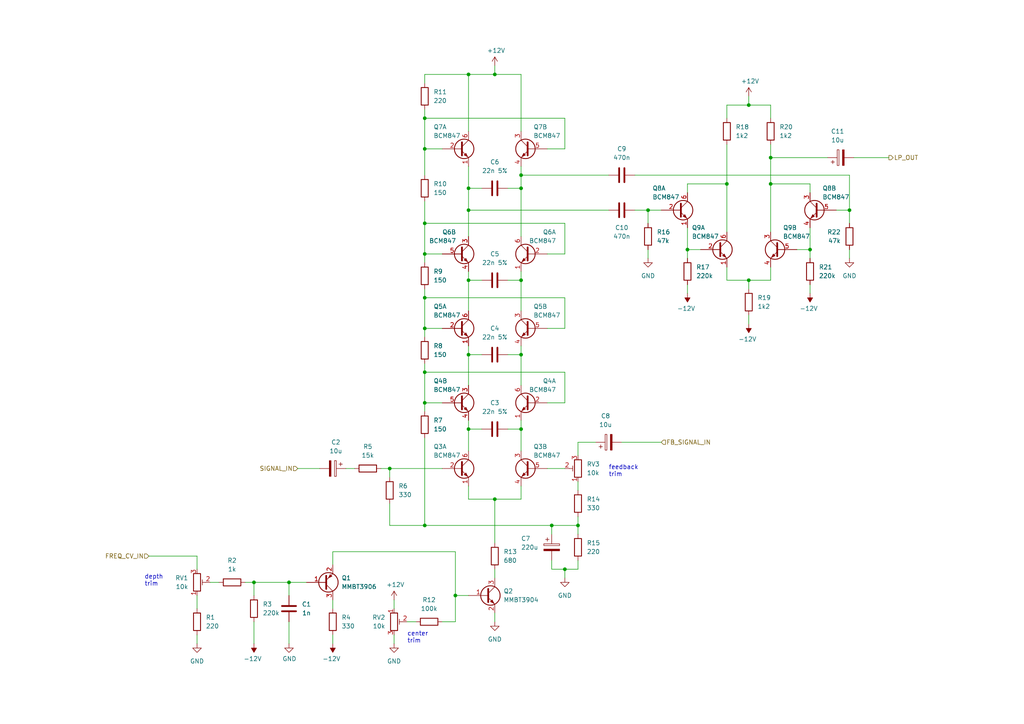
<source format=kicad_sch>
(kicad_sch (version 20211123) (generator eeschema)
  (paper "A4")
  (title_block (title "minimoog LPF") (date "2022-07-19") (rev "0.1") (comment 1 "creativecommons.org/licenses/by/4.0/") (comment 2 "License: CC by 4.0") (comment 3 "Author: Jordan Aceto"))
  (lib_symbols
    (symbol "BCM847DS135_1" (pin_names (offset 0) hide)
      (property "Reference" "Q" (at 5.08 1.905 0))
      (property "Value" "BCM847DS135_1" (at 5.08 0 0))
      (symbol "BCM847DS135_1_0_1"
        (polyline (pts (xy 0.635 0.635) (xy 2.54 2.54)))
        (polyline (pts (xy 0.635 -0.635) (xy 2.54 -2.54) (xy 2.54 -2.54)))
        (polyline (pts (xy 0.635 1.905) (xy 0.635 -1.905) (xy 0.635 -1.905)) (stroke (width 0.508)))
        (polyline (pts (xy 1.27 -1.778) (xy 1.778 -1.27) (xy 2.286 -2.286) (xy 1.27 -1.778) (xy 1.27 -1.778)) (fill (type outline)))
        (circle (center 1.27 0) (radius 2.8194) (stroke (width 0.254)))
      )
      (symbol "BCM847DS135_1_1_1"
        (pin passive line (at 2.54 -5.08 90) (length 2.54) (name "E") (number "1"))
        (pin passive line (at -5.08 0 0) (length 5.715) (name "B") (number "2"))
        (pin passive line (at 2.54 5.08 270) (length 2.54) (name "C") (number "6"))
      )
      (symbol "BCM847DS135_1_2_1"
        (pin passive line (at 2.54 5.08 270) (length 2.54) (name "C") (number "3"))
        (pin passive line (at 2.54 -5.08 90) (length 2.54) (name "E") (number "4"))
        (pin passive line (at -5.08 0 0) (length 5.715) (name "B") (number "5"))
      )
    )
    (symbol "BCM847DS135_10" (pin_names (offset 0) hide)
      (property "Reference" "Q" (at 5.08 1.905 0))
      (property "Value" "BCM847DS135_10" (at 5.08 0 0))
      (symbol "BCM847DS135_10_0_1"
        (polyline (pts (xy 0.635 0.635) (xy 2.54 2.54)))
        (polyline (pts (xy 0.635 -0.635) (xy 2.54 -2.54) (xy 2.54 -2.54)))
        (polyline (pts (xy 0.635 1.905) (xy 0.635 -1.905) (xy 0.635 -1.905)) (stroke (width 0.508)))
        (polyline (pts (xy 1.27 -1.778) (xy 1.778 -1.27) (xy 2.286 -2.286) (xy 1.27 -1.778) (xy 1.27 -1.778)) (fill (type outline)))
        (circle (center 1.27 0) (radius 2.8194) (stroke (width 0.254)))
      )
      (symbol "BCM847DS135_10_1_1"
        (pin passive line (at 2.54 -5.08 90) (length 2.54) (name "E") (number "1"))
        (pin passive line (at -5.08 0 0) (length 5.715) (name "B") (number "2"))
        (pin passive line (at 2.54 5.08 270) (length 2.54) (name "C") (number "6"))
      )
      (symbol "BCM847DS135_10_2_1"
        (pin passive line (at 2.54 5.08 270) (length 2.54) (name "C") (number "3"))
        (pin passive line (at 2.54 -5.08 90) (length 2.54) (name "E") (number "4"))
        (pin passive line (at -5.08 0 0) (length 5.715) (name "B") (number "5"))
      )
    )
    (symbol "BCM847DS135_11" (pin_names (offset 0) hide)
      (property "Reference" "Q" (at 5.08 1.905 0))
      (property "Value" "BCM847DS135_11" (at 5.08 0 0))
      (symbol "BCM847DS135_11_0_1"
        (polyline (pts (xy 0.635 0.635) (xy 2.54 2.54)))
        (polyline (pts (xy 0.635 -0.635) (xy 2.54 -2.54) (xy 2.54 -2.54)))
        (polyline (pts (xy 0.635 1.905) (xy 0.635 -1.905) (xy 0.635 -1.905)) (stroke (width 0.508)))
        (polyline (pts (xy 1.27 -1.778) (xy 1.778 -1.27) (xy 2.286 -2.286) (xy 1.27 -1.778) (xy 1.27 -1.778)) (fill (type outline)))
        (circle (center 1.27 0) (radius 2.8194) (stroke (width 0.254)))
      )
      (symbol "BCM847DS135_11_1_1"
        (pin passive line (at 2.54 -5.08 90) (length 2.54) (name "E") (number "1"))
        (pin passive line (at -5.08 0 0) (length 5.715) (name "B") (number "2"))
        (pin passive line (at 2.54 5.08 270) (length 2.54) (name "C") (number "6"))
      )
      (symbol "BCM847DS135_11_2_1"
        (pin passive line (at 2.54 5.08 270) (length 2.54) (name "C") (number "3"))
        (pin passive line (at 2.54 -5.08 90) (length 2.54) (name "E") (number "4"))
        (pin passive line (at -5.08 0 0) (length 5.715) (name "B") (number "5"))
      )
    )
    (symbol "BCM847DS135_12" (pin_names (offset 0) hide)
      (property "Reference" "Q" (at 5.08 1.905 0))
      (property "Value" "BCM847DS135_12" (at 5.08 0 0))
      (symbol "BCM847DS135_12_0_1"
        (polyline (pts (xy 0.635 0.635) (xy 2.54 2.54)))
        (polyline (pts (xy 0.635 -0.635) (xy 2.54 -2.54) (xy 2.54 -2.54)))
        (polyline (pts (xy 0.635 1.905) (xy 0.635 -1.905) (xy 0.635 -1.905)) (stroke (width 0.508)))
        (polyline (pts (xy 1.27 -1.778) (xy 1.778 -1.27) (xy 2.286 -2.286) (xy 1.27 -1.778) (xy 1.27 -1.778)) (fill (type outline)))
        (circle (center 1.27 0) (radius 2.8194) (stroke (width 0.254)))
      )
      (symbol "BCM847DS135_12_1_1"
        (pin passive line (at 2.54 -5.08 90) (length 2.54) (name "E") (number "1"))
        (pin passive line (at -5.08 0 0) (length 5.715) (name "B") (number "2"))
        (pin passive line (at 2.54 5.08 270) (length 2.54) (name "C") (number "6"))
      )
      (symbol "BCM847DS135_12_2_1"
        (pin passive line (at 2.54 5.08 270) (length 2.54) (name "C") (number "3"))
        (pin passive line (at 2.54 -5.08 90) (length 2.54) (name "E") (number "4"))
        (pin passive line (at -5.08 0 0) (length 5.715) (name "B") (number "5"))
      )
    )
    (symbol "BCM847DS135_13" (pin_names (offset 0) hide)
      (property "Reference" "Q" (at 5.08 1.905 0))
      (property "Value" "BCM847DS135_13" (at 5.08 0 0))
      (symbol "BCM847DS135_13_0_1"
        (polyline (pts (xy 0.635 0.635) (xy 2.54 2.54)))
        (polyline (pts (xy 0.635 -0.635) (xy 2.54 -2.54) (xy 2.54 -2.54)))
        (polyline (pts (xy 0.635 1.905) (xy 0.635 -1.905) (xy 0.635 -1.905)) (stroke (width 0.508)))
        (polyline (pts (xy 1.27 -1.778) (xy 1.778 -1.27) (xy 2.286 -2.286) (xy 1.27 -1.778) (xy 1.27 -1.778)) (fill (type outline)))
        (circle (center 1.27 0) (radius 2.8194) (stroke (width 0.254)))
      )
      (symbol "BCM847DS135_13_1_1"
        (pin passive line (at 2.54 -5.08 90) (length 2.54) (name "E") (number "1"))
        (pin passive line (at -5.08 0 0) (length 5.715) (name "B") (number "2"))
        (pin passive line (at 2.54 5.08 270) (length 2.54) (name "C") (number "6"))
      )
      (symbol "BCM847DS135_13_2_1"
        (pin passive line (at 2.54 5.08 270) (length 2.54) (name "C") (number "3"))
        (pin passive line (at 2.54 -5.08 90) (length 2.54) (name "E") (number "4"))
        (pin passive line (at -5.08 0 0) (length 5.715) (name "B") (number "5"))
      )
    )
    (symbol "BCM847DS135_2" (pin_names (offset 0) hide)
      (property "Reference" "Q" (at 5.08 1.905 0))
      (property "Value" "BCM847DS135_2" (at 5.08 0 0))
      (symbol "BCM847DS135_2_0_1"
        (polyline (pts (xy 0.635 0.635) (xy 2.54 2.54)))
        (polyline (pts (xy 0.635 -0.635) (xy 2.54 -2.54) (xy 2.54 -2.54)))
        (polyline (pts (xy 0.635 1.905) (xy 0.635 -1.905) (xy 0.635 -1.905)) (stroke (width 0.508)))
        (polyline (pts (xy 1.27 -1.778) (xy 1.778 -1.27) (xy 2.286 -2.286) (xy 1.27 -1.778) (xy 1.27 -1.778)) (fill (type outline)))
        (circle (center 1.27 0) (radius 2.8194) (stroke (width 0.254)))
      )
      (symbol "BCM847DS135_2_1_1"
        (pin passive line (at 2.54 -5.08 90) (length 2.54) (name "E") (number "1"))
        (pin passive line (at -5.08 0 0) (length 5.715) (name "B") (number "2"))
        (pin passive line (at 2.54 5.08 270) (length 2.54) (name "C") (number "6"))
      )
      (symbol "BCM847DS135_2_2_1"
        (pin passive line (at 2.54 5.08 270) (length 2.54) (name "C") (number "3"))
        (pin passive line (at 2.54 -5.08 90) (length 2.54) (name "E") (number "4"))
        (pin passive line (at -5.08 0 0) (length 5.715) (name "B") (number "5"))
      )
    )
    (symbol "BCM847DS135_3" (pin_names (offset 0) hide)
      (property "Reference" "Q" (at 5.08 1.905 0))
      (property "Value" "BCM847DS135_3" (at 5.08 0 0))
      (symbol "BCM847DS135_3_0_1"
        (polyline (pts (xy 0.635 0.635) (xy 2.54 2.54)))
        (polyline (pts (xy 0.635 -0.635) (xy 2.54 -2.54) (xy 2.54 -2.54)))
        (polyline (pts (xy 0.635 1.905) (xy 0.635 -1.905) (xy 0.635 -1.905)) (stroke (width 0.508)))
        (polyline (pts (xy 1.27 -1.778) (xy 1.778 -1.27) (xy 2.286 -2.286) (xy 1.27 -1.778) (xy 1.27 -1.778)) (fill (type outline)))
        (circle (center 1.27 0) (radius 2.8194) (stroke (width 0.254)))
      )
      (symbol "BCM847DS135_3_1_1"
        (pin passive line (at 2.54 -5.08 90) (length 2.54) (name "E") (number "1"))
        (pin passive line (at -5.08 0 0) (length 5.715) (name "B") (number "2"))
        (pin passive line (at 2.54 5.08 270) (length 2.54) (name "C") (number "6"))
      )
      (symbol "BCM847DS135_3_2_1"
        (pin passive line (at 2.54 5.08 270) (length 2.54) (name "C") (number "3"))
        (pin passive line (at 2.54 -5.08 90) (length 2.54) (name "E") (number "4"))
        (pin passive line (at -5.08 0 0) (length 5.715) (name "B") (number "5"))
      )
    )
    (symbol "BCM847DS135_4" (pin_names (offset 0) hide)
      (property "Reference" "Q" (at 5.08 1.905 0))
      (property "Value" "BCM847DS135_4" (at 5.08 0 0))
      (symbol "BCM847DS135_4_0_1"
        (polyline (pts (xy 0.635 0.635) (xy 2.54 2.54)))
        (polyline (pts (xy 0.635 -0.635) (xy 2.54 -2.54) (xy 2.54 -2.54)))
        (polyline (pts (xy 0.635 1.905) (xy 0.635 -1.905) (xy 0.635 -1.905)) (stroke (width 0.508)))
        (polyline (pts (xy 1.27 -1.778) (xy 1.778 -1.27) (xy 2.286 -2.286) (xy 1.27 -1.778) (xy 1.27 -1.778)) (fill (type outline)))
        (circle (center 1.27 0) (radius 2.8194) (stroke (width 0.254)))
      )
      (symbol "BCM847DS135_4_1_1"
        (pin passive line (at 2.54 -5.08 90) (length 2.54) (name "E") (number "1"))
        (pin passive line (at -5.08 0 0) (length 5.715) (name "B") (number "2"))
        (pin passive line (at 2.54 5.08 270) (length 2.54) (name "C") (number "6"))
      )
      (symbol "BCM847DS135_4_2_1"
        (pin passive line (at 2.54 5.08 270) (length 2.54) (name "C") (number "3"))
        (pin passive line (at 2.54 -5.08 90) (length 2.54) (name "E") (number "4"))
        (pin passive line (at -5.08 0 0) (length 5.715) (name "B") (number "5"))
      )
    )
    (symbol "BCM847DS135_5" (pin_names (offset 0) hide)
      (property "Reference" "Q" (at 5.08 1.905 0))
      (property "Value" "BCM847DS135_5" (at 5.08 0 0))
      (symbol "BCM847DS135_5_0_1"
        (polyline (pts (xy 0.635 0.635) (xy 2.54 2.54)))
        (polyline (pts (xy 0.635 -0.635) (xy 2.54 -2.54) (xy 2.54 -2.54)))
        (polyline (pts (xy 0.635 1.905) (xy 0.635 -1.905) (xy 0.635 -1.905)) (stroke (width 0.508)))
        (polyline (pts (xy 1.27 -1.778) (xy 1.778 -1.27) (xy 2.286 -2.286) (xy 1.27 -1.778) (xy 1.27 -1.778)) (fill (type outline)))
        (circle (center 1.27 0) (radius 2.8194) (stroke (width 0.254)))
      )
      (symbol "BCM847DS135_5_1_1"
        (pin passive line (at 2.54 -5.08 90) (length 2.54) (name "E") (number "1"))
        (pin passive line (at -5.08 0 0) (length 5.715) (name "B") (number "2"))
        (pin passive line (at 2.54 5.08 270) (length 2.54) (name "C") (number "6"))
      )
      (symbol "BCM847DS135_5_2_1"
        (pin passive line (at 2.54 5.08 270) (length 2.54) (name "C") (number "3"))
        (pin passive line (at 2.54 -5.08 90) (length 2.54) (name "E") (number "4"))
        (pin passive line (at -5.08 0 0) (length 5.715) (name "B") (number "5"))
      )
    )
    (symbol "BCM847DS135_6" (pin_names (offset 0) hide)
      (property "Reference" "Q" (at 5.08 1.905 0))
      (property "Value" "BCM847DS135_6" (at 5.08 0 0))
      (symbol "BCM847DS135_6_0_1"
        (polyline (pts (xy 0.635 0.635) (xy 2.54 2.54)))
        (polyline (pts (xy 0.635 -0.635) (xy 2.54 -2.54) (xy 2.54 -2.54)))
        (polyline (pts (xy 0.635 1.905) (xy 0.635 -1.905) (xy 0.635 -1.905)) (stroke (width 0.508)))
        (polyline (pts (xy 1.27 -1.778) (xy 1.778 -1.27) (xy 2.286 -2.286) (xy 1.27 -1.778) (xy 1.27 -1.778)) (fill (type outline)))
        (circle (center 1.27 0) (radius 2.8194) (stroke (width 0.254)))
      )
      (symbol "BCM847DS135_6_1_1"
        (pin passive line (at 2.54 -5.08 90) (length 2.54) (name "E") (number "1"))
        (pin passive line (at -5.08 0 0) (length 5.715) (name "B") (number "2"))
        (pin passive line (at 2.54 5.08 270) (length 2.54) (name "C") (number "6"))
      )
      (symbol "BCM847DS135_6_2_1"
        (pin passive line (at 2.54 5.08 270) (length 2.54) (name "C") (number "3"))
        (pin passive line (at 2.54 -5.08 90) (length 2.54) (name "E") (number "4"))
        (pin passive line (at -5.08 0 0) (length 5.715) (name "B") (number "5"))
      )
    )
    (symbol "BCM847DS135_7" (pin_names (offset 0) hide)
      (property "Reference" "Q" (at 5.08 1.905 0))
      (property "Value" "BCM847DS135_7" (at 5.08 0 0))
      (symbol "BCM847DS135_7_0_1"
        (polyline (pts (xy 0.635 0.635) (xy 2.54 2.54)))
        (polyline (pts (xy 0.635 -0.635) (xy 2.54 -2.54) (xy 2.54 -2.54)))
        (polyline (pts (xy 0.635 1.905) (xy 0.635 -1.905) (xy 0.635 -1.905)) (stroke (width 0.508)))
        (polyline (pts (xy 1.27 -1.778) (xy 1.778 -1.27) (xy 2.286 -2.286) (xy 1.27 -1.778) (xy 1.27 -1.778)) (fill (type outline)))
        (circle (center 1.27 0) (radius 2.8194) (stroke (width 0.254)))
      )
      (symbol "BCM847DS135_7_1_1"
        (pin passive line (at 2.54 -5.08 90) (length 2.54) (name "E") (number "1"))
        (pin passive line (at -5.08 0 0) (length 5.715) (name "B") (number "2"))
        (pin passive line (at 2.54 5.08 270) (length 2.54) (name "C") (number "6"))
      )
      (symbol "BCM847DS135_7_2_1"
        (pin passive line (at 2.54 5.08 270) (length 2.54) (name "C") (number "3"))
        (pin passive line (at 2.54 -5.08 90) (length 2.54) (name "E") (number "4"))
        (pin passive line (at -5.08 0 0) (length 5.715) (name "B") (number "5"))
      )
    )
    (symbol "BCM847DS135_8" (pin_names (offset 0) hide)
      (property "Reference" "Q" (at 5.08 1.905 0))
      (property "Value" "BCM847DS135_8" (at 5.08 0 0))
      (symbol "BCM847DS135_8_0_1"
        (polyline (pts (xy 0.635 0.635) (xy 2.54 2.54)))
        (polyline (pts (xy 0.635 -0.635) (xy 2.54 -2.54) (xy 2.54 -2.54)))
        (polyline (pts (xy 0.635 1.905) (xy 0.635 -1.905) (xy 0.635 -1.905)) (stroke (width 0.508)))
        (polyline (pts (xy 1.27 -1.778) (xy 1.778 -1.27) (xy 2.286 -2.286) (xy 1.27 -1.778) (xy 1.27 -1.778)) (fill (type outline)))
        (circle (center 1.27 0) (radius 2.8194) (stroke (width 0.254)))
      )
      (symbol "BCM847DS135_8_1_1"
        (pin passive line (at 2.54 -5.08 90) (length 2.54) (name "E") (number "1"))
        (pin passive line (at -5.08 0 0) (length 5.715) (name "B") (number "2"))
        (pin passive line (at 2.54 5.08 270) (length 2.54) (name "C") (number "6"))
      )
      (symbol "BCM847DS135_8_2_1"
        (pin passive line (at 2.54 5.08 270) (length 2.54) (name "C") (number "3"))
        (pin passive line (at 2.54 -5.08 90) (length 2.54) (name "E") (number "4"))
        (pin passive line (at -5.08 0 0) (length 5.715) (name "B") (number "5"))
      )
    )
    (symbol "BCM847DS135_9" (pin_names (offset 0) hide)
      (property "Reference" "Q" (at 5.08 1.905 0))
      (property "Value" "BCM847DS135_9" (at 5.08 0 0))
      (symbol "BCM847DS135_9_0_1"
        (polyline (pts (xy 0.635 0.635) (xy 2.54 2.54)))
        (polyline (pts (xy 0.635 -0.635) (xy 2.54 -2.54) (xy 2.54 -2.54)))
        (polyline (pts (xy 0.635 1.905) (xy 0.635 -1.905) (xy 0.635 -1.905)) (stroke (width 0.508)))
        (polyline (pts (xy 1.27 -1.778) (xy 1.778 -1.27) (xy 2.286 -2.286) (xy 1.27 -1.778) (xy 1.27 -1.778)) (fill (type outline)))
        (circle (center 1.27 0) (radius 2.8194) (stroke (width 0.254)))
      )
      (symbol "BCM847DS135_9_1_1"
        (pin passive line (at 2.54 -5.08 90) (length 2.54) (name "E") (number "1"))
        (pin passive line (at -5.08 0 0) (length 5.715) (name "B") (number "2"))
        (pin passive line (at 2.54 5.08 270) (length 2.54) (name "C") (number "6"))
      )
      (symbol "BCM847DS135_9_2_1"
        (pin passive line (at 2.54 5.08 270) (length 2.54) (name "C") (number "3"))
        (pin passive line (at 2.54 -5.08 90) (length 2.54) (name "E") (number "4"))
        (pin passive line (at -5.08 0 0) (length 5.715) (name "B") (number "5"))
      )
    )
    (symbol "Device:C" (pin_numbers hide) (pin_names (offset 0.254))
      (property "Reference" "C" (at 0.635 2.54 0))
      (property "Value" "C" (at 0.635 -2.54 0))
      (symbol "C_0_1"
        (polyline (pts (xy -2.032 -0.762) (xy 2.032 -0.762)) (stroke (width 0.508)))
        (polyline (pts (xy -2.032 0.762) (xy 2.032 0.762)) (stroke (width 0.508)))
      )
      (symbol "C_1_1"
        (pin passive line (at 0 3.81 270) (length 2.794) (name "~") (number "1"))
        (pin passive line (at 0 -3.81 90) (length 2.794) (name "~") (number "2"))
      )
    )
    (symbol "Device:C_Polarized" (pin_numbers hide) (pin_names (offset 0.254))
      (property "Reference" "C" (at 0.635 2.54 0))
      (property "Value" "C_Polarized" (at 0.635 -2.54 0))
      (symbol "C_Polarized_0_1"
        (rectangle (start -2.286 0.508) (end 2.286 1.016))
        (polyline (pts (xy -1.778 2.286) (xy -0.762 2.286)))
        (polyline (pts (xy -1.27 2.794) (xy -1.27 1.778)))
        (rectangle (start 2.286 -0.508) (end -2.286 -1.016) (fill (type outline)))
      )
      (symbol "C_Polarized_1_1"
        (pin passive line (at 0 3.81 270) (length 2.794) (name "~") (number "1"))
        (pin passive line (at 0 -3.81 90) (length 2.794) (name "~") (number "2"))
      )
    )
    (symbol "Device:R" (pin_numbers hide) (pin_names (offset 0))
      (property "Reference" "R" (at 2.032 0 90))
      (property "Value" "R" (at 0 0 90))
      (symbol "R_0_1"
        (rectangle (start -1.016 -2.54) (end 1.016 2.54) (stroke (width 0.254)))
      )
      (symbol "R_1_1"
        (pin passive line (at 0 3.81 270) (length 1.27) (name "~") (number "1"))
        (pin passive line (at 0 -3.81 90) (length 1.27) (name "~") (number "2"))
      )
    )
    (symbol "Device:R_Potentiometer_Trim" (pin_names (offset 1.016) hide)
      (property "Reference" "RV" (at -4.445 0 90))
      (property "Value" "R_Potentiometer_Trim" (at -2.54 0 90))
      (symbol "R_Potentiometer_Trim_0_1"
        (polyline (pts (xy 1.524 0.762) (xy 1.524 -0.762)))
        (polyline (pts (xy 2.54 0) (xy 1.524 0)))
        (rectangle (start 1.016 2.54) (end -1.016 -2.54) (stroke (width 0.254)))
      )
      (symbol "R_Potentiometer_Trim_1_1"
        (pin passive line (at 0 3.81 270) (length 1.27) (name "1") (number "1"))
        (pin passive line (at 3.81 0 180) (length 1.27) (name "2") (number "2"))
        (pin passive line (at 0 -3.81 90) (length 1.27) (name "3") (number "3"))
      )
    )
    (symbol "Transistor_BJT:MMBT3904" (pin_names (offset 0) hide)
      (property "Reference" "Q" (at 5.08 1.905 0))
      (property "Value" "MMBT3904" (at 5.08 0 0))
      (symbol "MMBT3904_0_1"
        (polyline (pts (xy 0.635 0.635) (xy 2.54 2.54)))
        (polyline (pts (xy 0.635 -0.635) (xy 2.54 -2.54) (xy 2.54 -2.54)))
        (polyline (pts (xy 0.635 1.905) (xy 0.635 -1.905) (xy 0.635 -1.905)) (stroke (width 0.508)))
        (polyline (pts (xy 1.27 -1.778) (xy 1.778 -1.27) (xy 2.286 -2.286) (xy 1.27 -1.778) (xy 1.27 -1.778)) (fill (type outline)))
        (circle (center 1.27 0) (radius 2.8194) (stroke (width 0.254)))
      )
      (symbol "MMBT3904_1_1"
        (pin input line (at -5.08 0 0) (length 5.715) (name "B") (number "1"))
        (pin passive line (at 2.54 -5.08 90) (length 2.54) (name "E") (number "2"))
        (pin passive line (at 2.54 5.08 270) (length 2.54) (name "C") (number "3"))
      )
    )
    (symbol "Transistor_BJT:MMBT3906" (pin_names (offset 0) hide)
      (property "Reference" "Q" (at 5.08 1.905 0))
      (property "Value" "MMBT3906" (at 5.08 0 0))
      (symbol "MMBT3906_0_1"
        (polyline (pts (xy 0.635 0.635) (xy 2.54 2.54)))
        (polyline (pts (xy 0.635 -0.635) (xy 2.54 -2.54) (xy 2.54 -2.54)))
        (polyline (pts (xy 0.635 1.905) (xy 0.635 -1.905) (xy 0.635 -1.905)) (stroke (width 0.508)))
        (polyline (pts (xy 2.286 -1.778) (xy 1.778 -2.286) (xy 1.27 -1.27) (xy 2.286 -1.778) (xy 2.286 -1.778)) (fill (type outline)))
        (circle (center 1.27 0) (radius 2.8194) (stroke (width 0.254)))
      )
      (symbol "MMBT3906_1_1"
        (pin input line (at -5.08 0 0) (length 5.715) (name "B") (number "1"))
        (pin passive line (at 2.54 -5.08 90) (length 2.54) (name "E") (number "2"))
        (pin passive line (at 2.54 5.08 270) (length 2.54) (name "C") (number "3"))
      )
    )
    (symbol "custom_symbols:BCM847DS135" (pin_names (offset 0) hide)
      (property "Reference" "Q" (at 5.08 1.905 0))
      (property "Value" "BCM847DS135" (at 5.08 0 0))
      (symbol "BCM847DS135_0_1"
        (polyline (pts (xy 0.635 0.635) (xy 2.54 2.54)))
        (polyline (pts (xy 0.635 -0.635) (xy 2.54 -2.54) (xy 2.54 -2.54)))
        (polyline (pts (xy 0.635 1.905) (xy 0.635 -1.905) (xy 0.635 -1.905)) (stroke (width 0.508)))
        (polyline (pts (xy 1.27 -1.778) (xy 1.778 -1.27) (xy 2.286 -2.286) (xy 1.27 -1.778) (xy 1.27 -1.778)) (fill (type outline)))
        (circle (center 1.27 0) (radius 2.8194) (stroke (width 0.254)))
      )
      (symbol "BCM847DS135_1_1"
        (pin passive line (at 2.54 -5.08 90) (length 2.54) (name "E") (number "1"))
        (pin passive line (at -5.08 0 0) (length 5.715) (name "B") (number "2"))
        (pin passive line (at 2.54 5.08 270) (length 2.54) (name "C") (number "6"))
      )
      (symbol "BCM847DS135_2_1"
        (pin passive line (at 2.54 5.08 270) (length 2.54) (name "C") (number "3"))
        (pin passive line (at 2.54 -5.08 90) (length 2.54) (name "E") (number "4"))
        (pin passive line (at -5.08 0 0) (length 5.715) (name "B") (number "5"))
      )
    )
    (symbol "power:+12V" (power) (pin_names (offset 0))
      (property "Value" "+12V" (at 0 3.556 0))
      (symbol "+12V_0_1"
        (polyline (pts (xy -0.762 1.27) (xy 0 2.54)))
        (polyline (pts (xy 0 0) (xy 0 2.54)))
        (polyline (pts (xy 0 2.54) (xy 0.762 1.27)))
      )
      (symbol "+12V_1_1"
        (pin power_in line (at 0 0 90) (length 0) hide (name "+12V") (number "1"))
      )
    )
    (symbol "power:-12V" (power) (pin_names (offset 0))
      (property "Value" "-12V" (at 0 3.81 0))
      (symbol "-12V_0_0"
        (pin power_in line (at 0 0 90) (length 0) hide (name "-12V") (number "1"))
      )
      (symbol "-12V_0_1"
        (polyline (pts (xy 0 0) (xy 0 1.27) (xy 0.762 1.27) (xy 0 2.54) (xy -0.762 1.27) (xy 0 1.27)) (fill (type outline)))
      )
    )
    (symbol "power:GND" (power) (pin_names (offset 0))
      (property "Value" "GND" (at 0 -3.81 0))
      (symbol "GND_0_1"
        (polyline (pts (xy 0 0) (xy 0 -1.27) (xy 1.27 -1.27) (xy 0 -2.54) (xy -1.27 -1.27) (xy 0 -1.27)))
      )
      (symbol "GND_1_1"
        (pin power_in line (at 0 0 270) (length 0) hide (name "GND") (number "1"))
      )
    )
  )
  (junction (at 73.66 168.91))
  (junction (at 210.82 53.34))
  (junction (at 83.82 168.91))
  (junction (at 135.89 54.61))
  (junction (at 123.19 43.18))
  (junction (at 160.02 152.4))
  (junction (at 199.39 72.39))
  (junction (at 187.96 60.96))
  (junction (at 135.89 102.87))
  (junction (at 234.95 72.39))
  (junction (at 135.89 60.96))
  (junction (at 151.13 124.46))
  (junction (at 123.19 107.95))
  (junction (at 151.13 54.61))
  (junction (at 151.13 81.28))
  (junction (at 223.52 53.34))
  (junction (at 143.51 21.59))
  (junction (at 163.83 165.1))
  (junction (at 246.38 60.96))
  (junction (at 217.17 30.48))
  (junction (at 151.13 50.8))
  (junction (at 123.19 95.25))
  (junction (at 143.51 144.78))
  (junction (at 223.52 45.72))
  (junction (at 123.19 73.66))
  (junction (at 135.89 124.46))
  (junction (at 113.03 135.89))
  (junction (at 217.17 81.28))
  (junction (at 132.08 172.72))
  (junction (at 151.13 102.87))
  (junction (at 123.19 116.84))
  (junction (at 135.89 21.59))
  (junction (at 123.19 34.29))
  (junction (at 123.19 152.4))
  (junction (at 167.64 152.4))
  (junction (at 135.89 81.28))
  (junction (at 123.19 86.36))
  (junction (at 123.19 64.77))
  (wire (pts (xy 234.95 53.34) (xy 234.95 55.88)))
  (wire (pts (xy 135.89 144.78) (xy 143.51 144.78)))
  (wire (pts (xy 71.12 168.91) (xy 73.66 168.91)))
  (wire (pts (xy 151.13 50.8) (xy 151.13 54.61)))
  (wire (pts (xy 57.15 172.72) (xy 57.15 176.53)))
  (wire (pts (xy 246.38 64.77) (xy 246.38 60.96)))
  (wire (pts (xy 151.13 81.28) (xy 151.13 90.17)))
  (wire (pts (xy 160.02 152.4) (xy 167.64 152.4)))
  (wire (pts (xy 223.52 45.72) (xy 223.52 53.34)))
  (wire (pts (xy 123.19 152.4) (xy 160.02 152.4)))
  (wire (pts (xy 167.64 152.4) (xy 167.64 149.86)))
  (wire (pts (xy 135.89 54.61) (xy 139.7 54.61)))
  (wire (pts (xy 57.15 161.29) (xy 57.15 165.1)))
  (wire (pts (xy 151.13 54.61) (xy 151.13 68.58)))
  (wire (pts (xy 135.89 124.46) (xy 139.7 124.46)))
  (wire (pts (xy 123.19 43.18) (xy 123.19 34.29)))
  (wire (pts (xy 135.89 81.28) (xy 139.7 81.28)))
  (wire (pts (xy 96.52 173.99) (xy 96.52 176.53)))
  (wire (pts (xy 110.49 135.89) (xy 113.03 135.89)))
  (wire (pts (xy 210.82 81.28) (xy 217.17 81.28)))
  (wire (pts (xy 123.19 43.18) (xy 128.27 43.18)))
  (wire (pts (xy 223.52 67.31) (xy 223.52 53.34)))
  (wire (pts (xy 217.17 81.28) (xy 217.17 83.82)))
  (wire (pts (xy 210.82 41.91) (xy 210.82 53.34)))
  (wire (pts (xy 113.03 135.89) (xy 128.27 135.89)))
  (wire (pts (xy 135.89 124.46) (xy 135.89 130.81)))
  (wire (pts (xy 113.03 152.4) (xy 123.19 152.4)))
  (wire (pts (xy 158.75 135.89) (xy 163.83 135.89)))
  (wire (pts (xy 163.83 64.77) (xy 163.83 73.66)))
  (wire (pts (xy 113.03 146.05) (xy 113.03 152.4)))
  (wire (pts (xy 223.52 41.91) (xy 223.52 45.72)))
  (wire (pts (xy 151.13 21.59) (xy 151.13 38.1)))
  (wire (pts (xy 163.83 165.1) (xy 167.64 165.1)))
  (wire (pts (xy 123.19 86.36) (xy 163.83 86.36)))
  (wire (pts (xy 163.83 107.95) (xy 163.83 116.84)))
  (wire (pts (xy 135.89 21.59) (xy 143.51 21.59)))
  (wire (pts (xy 147.32 124.46) (xy 151.13 124.46)))
  (wire (pts (xy 234.95 72.39) (xy 234.95 74.93)))
  (wire (pts (xy 180.34 128.27) (xy 191.77 128.27)))
  (wire (pts (xy 223.52 53.34) (xy 234.95 53.34)))
  (wire (pts (xy 247.65 45.72) (xy 257.81 45.72)))
  (wire (pts (xy 143.51 21.59) (xy 151.13 21.59)))
  (wire (pts (xy 151.13 102.87) (xy 151.13 111.76)))
  (wire (pts (xy 151.13 48.26) (xy 151.13 50.8)))
  (wire (pts (xy 43.18 161.29) (xy 57.15 161.29)))
  (wire (pts (xy 123.19 76.2) (xy 123.19 73.66)))
  (wire (pts (xy 210.82 53.34) (xy 199.39 53.34)))
  (wire (pts (xy 128.27 180.34) (xy 132.08 180.34)))
  (wire (pts (xy 114.3 173.99) (xy 114.3 176.53)))
  (wire (pts (xy 123.19 64.77) (xy 163.83 64.77)))
  (wire (pts (xy 199.39 53.34) (xy 199.39 55.88)))
  (wire (pts (xy 123.19 21.59) (xy 123.19 24.13)))
  (wire (pts (xy 217.17 81.28) (xy 223.52 81.28)))
  (wire (pts (xy 135.89 102.87) (xy 135.89 111.76)))
  (wire (pts (xy 123.19 116.84) (xy 123.19 119.38)))
  (wire (pts (xy 132.08 180.34) (xy 132.08 172.72)))
  (wire (pts (xy 83.82 180.34) (xy 83.82 186.69)))
  (wire (pts (xy 118.11 180.34) (xy 120.65 180.34)))
  (wire (pts (xy 123.19 83.82) (xy 123.19 86.36)))
  (wire (pts (xy 143.51 165.1) (xy 143.51 167.64)))
  (wire (pts (xy 217.17 91.44) (xy 217.17 93.98)))
  (wire (pts (xy 163.83 116.84) (xy 158.75 116.84)))
  (wire (pts (xy 151.13 124.46) (xy 151.13 130.81)))
  (wire (pts (xy 123.19 105.41) (xy 123.19 107.95)))
  (wire (pts (xy 163.83 43.18) (xy 158.75 43.18)))
  (wire (pts (xy 143.51 19.05) (xy 143.51 21.59)))
  (wire (pts (xy 163.83 165.1) (xy 163.83 167.64)))
  (wire (pts (xy 135.89 172.72) (xy 132.08 172.72)))
  (wire (pts (xy 147.32 54.61) (xy 151.13 54.61)))
  (wire (pts (xy 223.52 30.48) (xy 217.17 30.48)))
  (wire (pts (xy 163.83 34.29) (xy 163.83 43.18)))
  (wire (pts (xy 246.38 60.96) (xy 242.57 60.96)))
  (wire (pts (xy 163.83 95.25) (xy 158.75 95.25)))
  (wire (pts (xy 172.72 128.27) (xy 167.64 128.27)))
  (wire (pts (xy 135.89 81.28) (xy 135.89 90.17)))
  (wire (pts (xy 57.15 184.15) (xy 57.15 186.69)))
  (wire (pts (xy 143.51 144.78) (xy 151.13 144.78)))
  (wire (pts (xy 160.02 165.1) (xy 163.83 165.1)))
  (wire (pts (xy 151.13 50.8) (xy 176.53 50.8)))
  (wire (pts (xy 86.36 135.89) (xy 92.71 135.89)))
  (wire (pts (xy 217.17 30.48) (xy 210.82 30.48)))
  (wire (pts (xy 210.82 30.48) (xy 210.82 34.29)))
  (wire (pts (xy 135.89 54.61) (xy 135.89 60.96)))
  (wire (pts (xy 83.82 168.91) (xy 88.9 168.91)))
  (wire (pts (xy 123.19 107.95) (xy 163.83 107.95)))
  (wire (pts (xy 135.89 100.33) (xy 135.89 102.87)))
  (wire (pts (xy 123.19 95.25) (xy 123.19 86.36)))
  (wire (pts (xy 100.33 135.89) (xy 102.87 135.89)))
  (wire (pts (xy 123.19 43.18) (xy 123.19 50.8)))
  (wire (pts (xy 135.89 21.59) (xy 135.89 38.1)))
  (wire (pts (xy 223.52 34.29) (xy 223.52 30.48)))
  (wire (pts (xy 151.13 78.74) (xy 151.13 81.28)))
  (wire (pts (xy 199.39 72.39) (xy 199.39 66.04)))
  (wire (pts (xy 123.19 116.84) (xy 123.19 107.95)))
  (wire (pts (xy 83.82 168.91) (xy 83.82 172.72)))
  (wire (pts (xy 123.19 116.84) (xy 128.27 116.84)))
  (wire (pts (xy 199.39 82.55) (xy 199.39 85.09)))
  (wire (pts (xy 113.03 135.89) (xy 113.03 138.43)))
  (wire (pts (xy 151.13 100.33) (xy 151.13 102.87)))
  (wire (pts (xy 167.64 152.4) (xy 167.64 154.94)))
  (wire (pts (xy 167.64 128.27) (xy 167.64 132.08)))
  (wire (pts (xy 203.2 72.39) (xy 199.39 72.39)))
  (wire (pts (xy 187.96 64.77) (xy 187.96 60.96)))
  (wire (pts (xy 135.89 60.96) (xy 135.89 68.58)))
  (wire (pts (xy 73.66 180.34) (xy 73.66 186.69)))
  (wire (pts (xy 184.15 60.96) (xy 187.96 60.96)))
  (wire (pts (xy 132.08 172.72) (xy 132.08 160.02)))
  (wire (pts (xy 147.32 102.87) (xy 151.13 102.87)))
  (wire (pts (xy 123.19 21.59) (xy 135.89 21.59)))
  (wire (pts (xy 123.19 58.42) (xy 123.19 64.77)))
  (wire (pts (xy 231.14 72.39) (xy 234.95 72.39)))
  (wire (pts (xy 132.08 160.02) (xy 96.52 160.02)))
  (wire (pts (xy 167.64 162.56) (xy 167.64 165.1)))
  (wire (pts (xy 123.19 97.79) (xy 123.19 95.25)))
  (wire (pts (xy 240.03 45.72) (xy 223.52 45.72)))
  (wire (pts (xy 246.38 50.8) (xy 246.38 60.96)))
  (wire (pts (xy 210.82 67.31) (xy 210.82 53.34)))
  (wire (pts (xy 234.95 82.55) (xy 234.95 85.09)))
  (wire (pts (xy 163.83 73.66) (xy 158.75 73.66)))
  (wire (pts (xy 163.83 86.36) (xy 163.83 95.25)))
  (wire (pts (xy 217.17 27.94) (xy 217.17 30.48)))
  (wire (pts (xy 143.51 177.8) (xy 143.51 180.34)))
  (wire (pts (xy 96.52 184.15) (xy 96.52 186.69)))
  (wire (pts (xy 187.96 60.96) (xy 191.77 60.96)))
  (wire (pts (xy 151.13 140.97) (xy 151.13 144.78)))
  (wire (pts (xy 135.89 60.96) (xy 176.53 60.96)))
  (wire (pts (xy 123.19 73.66) (xy 128.27 73.66)))
  (wire (pts (xy 143.51 144.78) (xy 143.51 157.48)))
  (wire (pts (xy 151.13 121.92) (xy 151.13 124.46)))
  (wire (pts (xy 123.19 31.75) (xy 123.19 34.29)))
  (wire (pts (xy 123.19 127) (xy 123.19 152.4)))
  (wire (pts (xy 123.19 95.25) (xy 128.27 95.25)))
  (wire (pts (xy 210.82 77.47) (xy 210.82 81.28)))
  (wire (pts (xy 135.89 121.92) (xy 135.89 124.46)))
  (wire (pts (xy 160.02 152.4) (xy 160.02 154.94)))
  (wire (pts (xy 187.96 72.39) (xy 187.96 74.93)))
  (wire (pts (xy 123.19 73.66) (xy 123.19 64.77)))
  (wire (pts (xy 96.52 160.02) (xy 96.52 163.83)))
  (wire (pts (xy 160.02 162.56) (xy 160.02 165.1)))
  (wire (pts (xy 114.3 184.15) (xy 114.3 186.69)))
  (wire (pts (xy 135.89 78.74) (xy 135.89 81.28)))
  (wire (pts (xy 135.89 48.26) (xy 135.89 54.61)))
  (wire (pts (xy 223.52 77.47) (xy 223.52 81.28)))
  (wire (pts (xy 73.66 172.72) (xy 73.66 168.91)))
  (wire (pts (xy 60.96 168.91) (xy 63.5 168.91)))
  (wire (pts (xy 167.64 139.7) (xy 167.64 142.24)))
  (wire (pts (xy 234.95 66.04) (xy 234.95 72.39)))
  (wire (pts (xy 73.66 168.91) (xy 83.82 168.91)))
  (wire (pts (xy 147.32 81.28) (xy 151.13 81.28)))
  (wire (pts (xy 246.38 72.39) (xy 246.38 74.93)))
  (wire (pts (xy 135.89 140.97) (xy 135.89 144.78)))
  (wire (pts (xy 123.19 34.29) (xy 163.83 34.29)))
  (wire (pts (xy 184.15 50.8) (xy 246.38 50.8)))
  (wire (pts (xy 199.39 72.39) (xy 199.39 74.93)))
  (wire (pts (xy 135.89 102.87) (xy 139.7 102.87)))
  (text "depth\ntrim" (at 41.91 170.18 0) (effects (font (size 1.27 1.27)) (justify left bottom)))
  (text "feedback\ntrim" (at 176.53 138.43 0) (effects (font (size 1.27 1.27)) (justify left bottom)))
  (text "center\ntrim" (at 118.11 186.69 0) (effects (font (size 1.27 1.27)) (justify left bottom)))
  (hierarchical_label "FB_SIGNAL_IN" (shape input) (at 191.77 128.27 0))
  (hierarchical_label "SIGNAL_IN" (shape input) (at 86.36 135.89 180))
  (hierarchical_label "LP_OUT" (shape output) (at 257.81 45.72 0))
  (hierarchical_label "FREQ_CV_IN" (shape input) (at 43.18 161.29 180))
  (symbol (lib_id "power:+12V") (at 114.3 173.99 0) (unit 1)
    (property "Reference" "#PWR06" (effects hide))
    (property "Value" "+12V" (at 114.681 169.5958 0))
  )
  (symbol (lib_id "Device:R") (at 167.64 146.05 0) (unit 1)
    (property "Reference" "R14" (at 170.18 144.7799 0) (effects (justify left)))
    (property "Value" "330" (at 170.18 147.32 0) (effects (justify left)))
    (property "Footprint" "Resistor_SMD:R_0603_1608Metric" (effects hide))
  )
  (symbol (lib_name "BCM847DS135_4") (lib_id "custom_symbols:BCM847DS135") (at 133.35 116.84 0) (unit 2)
    (property "Reference" "Q4" (at 125.73 110.49 0) (effects (justify left)))
    (property "Value" "BCM847" (at 125.73 113.03 0) (effects (justify left)))
    (property "Footprint" "Package_TO_SOT_SMD:SOT-363_SC-70-6" (effects hide))
  )
  (symbol (lib_id "Device:R") (at 106.68 135.89 90) (unit 1)
    (property "Reference" "R5" (at 106.68 129.54 90))
    (property "Value" "15k" (at 106.68 132.08 90))
    (property "Footprint" "Resistor_SMD:R_0603_1608Metric" (effects hide))
  )
  (symbol (lib_name "BCM847DS135_6") (lib_id "custom_symbols:BCM847DS135") (at 153.67 95.25 0) (mirror y) (unit 2)
    (property "Reference" "Q5" (at 158.75 88.9 0) (effects (justify left)))
    (property "Value" "BCM847" (at 162.56 91.44 0) (effects (justify left)))
    (property "Footprint" "Package_TO_SOT_SMD:SOT-363_SC-70-6" (effects hide))
  )
  (symbol (lib_name "BCM847DS135_1") (lib_id "custom_symbols:BCM847DS135") (at 133.35 135.89 0) (unit 1)
    (property "Reference" "Q3" (at 125.73 129.54 0) (effects (justify left)))
    (property "Value" "BCM847" (at 125.73 132.08 0) (effects (justify left)))
    (property "Footprint" "Package_TO_SOT_SMD:SOT-363_SC-70-6" (effects hide))
  )
  (symbol (lib_id "Device:C") (at 83.82 176.53 180) (unit 1)
    (property "Reference" "C1" (at 88.9 175.26 0))
    (property "Value" "1n" (at 88.9 177.8 0))
    (property "Footprint" "Capacitor_SMD:C_0603_1608Metric" (effects hide))
  )
  (symbol (lib_id "Device:R") (at 167.64 158.75 0) (unit 1)
    (property "Reference" "R15" (at 170.18 157.4799 0) (effects (justify left)))
    (property "Value" "220" (at 170.18 160.0199 0) (effects (justify left)))
    (property "Footprint" "Resistor_SMD:R_0603_1608Metric" (effects hide))
  )
  (symbol (lib_name "BCM847DS135_9") (lib_id "custom_symbols:BCM847DS135") (at 237.49 60.96 0) (mirror y) (unit 2)
    (property "Reference" "Q8" (at 242.57 54.61 0) (effects (justify left)))
    (property "Value" "BCM847" (at 246.38 57.15 0) (effects (justify left)))
    (property "Footprint" "Package_TO_SOT_SMD:SOT-363_SC-70-6" (effects hide))
  )
  (symbol (lib_id "power:-12V") (at 234.95 85.09 180) (unit 1)
    (property "Reference" "#PWR014" (effects hide))
    (property "Value" "-12V" (at 234.569 89.4842 0))
  )
  (symbol (lib_id "Device:C") (at 143.51 102.87 90) (unit 1)
    (property "Reference" "C4" (at 143.51 95.25 90))
    (property "Value" "22n 5%" (at 143.51 97.79 90))
    (property "Footprint" "Capacitor_SMD:C_0805_2012Metric" (effects hide))
  )
  (symbol (lib_id "Device:R") (at 96.52 180.34 0) (unit 1)
    (property "Reference" "R4" (at 99.06 179.0699 0) (effects (justify left)))
    (property "Value" "330" (at 99.06 181.6099 0) (effects (justify left)))
    (property "Footprint" "Resistor_SMD:R_0603_1608Metric" (effects hide))
  )
  (symbol (lib_name "BCM847DS135_2") (lib_id "custom_symbols:BCM847DS135") (at 153.67 135.89 0) (mirror y) (unit 2)
    (property "Reference" "Q3" (at 158.75 129.54 0) (effects (justify left)))
    (property "Value" "BCM847" (at 162.56 132.08 0) (effects (justify left)))
    (property "Footprint" "Package_TO_SOT_SMD:SOT-363_SC-70-6" (effects hide))
  )
  (symbol (lib_id "custom_symbols:BCM847DS135") (at 133.35 43.18 0) (unit 1)
    (property "Reference" "Q7" (at 125.73 36.83 0) (effects (justify left)))
    (property "Value" "BCM847" (at 125.73 39.37 0) (effects (justify left)))
    (property "Footprint" "Package_TO_SOT_SMD:SOT-363_SC-70-6" (effects hide))
  )
  (symbol (lib_name "BCM847DS135_3") (lib_id "custom_symbols:BCM847DS135") (at 153.67 116.84 0) (mirror y) (unit 1)
    (property "Reference" "Q4" (at 161.29 110.49 0) (effects (justify left)))
    (property "Value" "BCM847" (at 161.29 113.03 0) (effects (justify left)))
    (property "Footprint" "Package_TO_SOT_SMD:SOT-363_SC-70-6" (effects hide))
  )
  (symbol (lib_id "power:GND") (at 114.3 186.69 0) (unit 1)
    (property "Reference" "#PWR05" (effects hide))
    (property "Value" "GND" (at 114.3 191.77 0))
  )
  (symbol (lib_name "BCM847DS135_5") (lib_id "custom_symbols:BCM847DS135") (at 133.35 95.25 0) (unit 1)
    (property "Reference" "Q5" (at 125.73 88.9 0) (effects (justify left)))
    (property "Value" "BCM847" (at 125.73 91.44 0) (effects (justify left)))
    (property "Footprint" "Package_TO_SOT_SMD:SOT-363_SC-70-6" (effects hide))
  )
  (symbol (lib_id "Device:R") (at 123.19 54.61 0) (mirror y) (unit 1)
    (property "Reference" "R10" (at 125.73 53.3399 0) (effects (justify right)))
    (property "Value" "150" (at 125.73 55.8799 0) (effects (justify right)))
    (property "Footprint" "Resistor_SMD:R_0603_1608Metric" (effects hide))
  )
  (symbol (lib_id "power:-12V") (at 199.39 85.09 180) (unit 1)
    (property "Reference" "#PWR011" (effects hide))
    (property "Value" "-12V" (at 199.009 89.4842 0))
  )
  (symbol (lib_id "Device:R") (at 123.19 101.6 0) (mirror y) (unit 1)
    (property "Reference" "R8" (at 125.73 100.3299 0) (effects (justify right)))
    (property "Value" "150" (at 125.73 102.8699 0) (effects (justify right)))
    (property "Footprint" "Resistor_SMD:R_0603_1608Metric" (effects hide))
  )
  (symbol (lib_id "Device:R") (at 217.17 87.63 0) (unit 1)
    (property "Reference" "R19" (at 219.71 86.3599 0) (effects (justify left)))
    (property "Value" "1k2" (at 219.71 88.8999 0) (effects (justify left)))
    (property "Footprint" "Resistor_SMD:R_0603_1608Metric" (effects hide))
  )
  (symbol (lib_id "Device:R") (at 246.38 68.58 0) (mirror y) (unit 1)
    (property "Reference" "R22" (at 243.84 67.3099 0) (effects (justify left)))
    (property "Value" "47k" (at 243.84 69.8499 0) (effects (justify left)))
    (property "Footprint" "Resistor_SMD:R_0603_1608Metric" (effects hide))
  )
  (symbol (lib_id "power:GND") (at 163.83 167.64 0) (unit 1)
    (property "Reference" "#PWR09" (effects hide))
    (property "Value" "GND" (at 163.83 172.72 0))
  )
  (symbol (lib_id "Device:R") (at 73.66 176.53 0) (unit 1)
    (property "Reference" "R3" (at 76.2 175.26 0) (effects (justify left)))
    (property "Value" "220k" (at 76.2 177.8 0) (effects (justify left)))
    (property "Footprint" "Resistor_SMD:R_0603_1608Metric" (effects hide))
  )
  (symbol (lib_id "Device:C") (at 143.51 81.28 90) (unit 1)
    (property "Reference" "C5" (at 143.51 73.66 90))
    (property "Value" "22n 5%" (at 143.51 76.2 90))
    (property "Footprint" "Capacitor_SMD:C_0805_2012Metric" (effects hide))
  )
  (symbol (lib_id "Device:R_Potentiometer_Trim") (at 57.15 168.91 0) (mirror x) (unit 1)
    (property "Reference" "RV1" (at 54.61 167.6399 0) (effects (justify right)))
    (property "Value" "10k" (at 54.61 170.1799 0) (effects (justify right)))
    (property "Footprint" "Potentiometer_THT:Potentiometer_Bourns_3296W_Vertical" (effects hide))
  )
  (symbol (lib_name "BCM847DS135_13") (lib_id "custom_symbols:BCM847DS135") (at 153.67 43.18 0) (mirror y) (unit 2)
    (property "Reference" "Q7" (at 158.75 36.83 0) (effects (justify left)))
    (property "Value" "BCM847" (at 162.56 39.37 0) (effects (justify left)))
    (property "Footprint" "Package_TO_SOT_SMD:SOT-363_SC-70-6" (effects hide))
  )
  (symbol (lib_id "Device:R") (at 57.15 180.34 0) (unit 1)
    (property "Reference" "R1" (at 59.69 179.0699 0) (effects (justify left)))
    (property "Value" "220" (at 59.69 181.6099 0) (effects (justify left)))
    (property "Footprint" "Resistor_SMD:R_0603_1608Metric" (effects hide))
  )
  (symbol (lib_id "Device:R") (at 123.19 27.94 0) (mirror y) (unit 1)
    (property "Reference" "R11" (at 125.73 26.6699 0) (effects (justify right)))
    (property "Value" "220" (at 125.73 29.2099 0) (effects (justify right)))
    (property "Footprint" "Resistor_SMD:R_0603_1608Metric" (effects hide))
  )
  (symbol (lib_id "Device:C_Polarized") (at 243.84 45.72 90) (unit 1)
    (property "Reference" "C11" (at 242.951 38.1 90))
    (property "Value" "10u" (at 242.951 40.64 90))
    (property "Footprint" "Capacitor_THT:CP_Radial_D6.3mm_P2.50mm" (effects hide))
  )
  (symbol (lib_id "Device:R") (at 113.03 142.24 0) (unit 1)
    (property "Reference" "R6" (at 115.57 140.9699 0) (effects (justify left)))
    (property "Value" "330" (at 115.57 143.5099 0) (effects (justify left)))
    (property "Footprint" "Resistor_SMD:R_0603_1608Metric" (effects hide))
  )
  (symbol (lib_id "Device:R") (at 123.19 123.19 0) (mirror y) (unit 1)
    (property "Reference" "R7" (at 125.73 121.9199 0) (effects (justify right)))
    (property "Value" "150" (at 125.73 124.4599 0) (effects (justify right)))
    (property "Footprint" "Resistor_SMD:R_0603_1608Metric" (effects hide))
  )
  (symbol (lib_id "power:GND") (at 143.51 180.34 0) (unit 1)
    (property "Reference" "#PWR08" (effects hide))
    (property "Value" "GND" (at 143.51 185.42 0))
  )
  (symbol (lib_id "Device:C") (at 180.34 50.8 90) (unit 1)
    (property "Reference" "C9" (at 180.34 43.18 90))
    (property "Value" "470n" (at 180.34 45.72 90))
    (property "Footprint" "Capacitor_THT:C_Rect_L7.0mm_W3.5mm_P5.00mm" (effects hide))
  )
  (symbol (lib_id "power:-12V") (at 73.66 186.69 180) (unit 1)
    (property "Reference" "#PWR02" (effects hide))
    (property "Value" "-12V" (at 73.279 191.0842 0))
  )
  (symbol (lib_id "Device:R") (at 124.46 180.34 90) (unit 1)
    (property "Reference" "R12" (at 124.46 173.99 90))
    (property "Value" "100k" (at 124.46 176.53 90))
    (property "Footprint" "Resistor_SMD:R_0603_1608Metric" (effects hide))
  )
  (symbol (lib_id "Device:R") (at 199.39 78.74 0) (unit 1)
    (property "Reference" "R17" (at 201.93 77.4699 0) (effects (justify left)))
    (property "Value" "220k" (at 201.93 80.0099 0) (effects (justify left)))
    (property "Footprint" "Resistor_SMD:R_0603_1608Metric" (effects hide))
  )
  (symbol (lib_name "BCM847DS135_11") (lib_id "custom_symbols:BCM847DS135") (at 133.35 73.66 0) (unit 2)
    (property "Reference" "Q6" (at 128.27 67.31 0) (effects (justify left)))
    (property "Value" "BCM847" (at 124.46 69.85 0) (effects (justify left)))
    (property "Footprint" "Package_TO_SOT_SMD:SOT-363_SC-70-6" (effects hide))
  )
  (symbol (lib_id "Device:C_Polarized") (at 160.02 158.75 0) (unit 1)
    (property "Reference" "C7" (at 151.13 156.21 0) (effects (justify left)))
    (property "Value" "220u" (at 151.13 158.75 0) (effects (justify left)))
    (property "Footprint" "Capacitor_THT:CP_Radial_D6.3mm_P2.50mm" (effects hide))
  )
  (symbol (lib_id "Device:R_Potentiometer_Trim") (at 167.64 135.89 180) (unit 1)
    (property "Reference" "RV3" (at 170.18 134.6199 0) (effects (justify right)))
    (property "Value" "10k" (at 170.18 137.1599 0) (effects (justify right)))
    (property "Footprint" "Potentiometer_THT:Potentiometer_Bourns_3296W_Vertical" (effects hide))
  )
  (symbol (lib_id "Device:C_Polarized") (at 176.53 128.27 90) (unit 1)
    (property "Reference" "C8" (at 175.641 120.65 90))
    (property "Value" "10u" (at 175.641 123.19 90))
    (property "Footprint" "Capacitor_THT:CP_Radial_D6.3mm_P2.50mm" (effects hide))
  )
  (symbol (lib_id "power:GND") (at 57.15 186.69 0) (unit 1)
    (property "Reference" "#PWR01" (effects hide))
    (property "Value" "GND" (at 57.15 191.77 0))
  )
  (symbol (lib_id "Transistor_BJT:MMBT3904") (at 140.97 172.72 0) (unit 1)
    (property "Reference" "Q2" (at 146.05 171.4499 0) (effects (justify left)))
    (property "Value" "MMBT3904" (at 146.05 173.9899 0) (effects (justify left)))
    (property "Footprint" "Package_TO_SOT_SMD:SOT-23" (effects hide))
    (property "Datasheet" "https://www.onsemi.com/pub/Collateral/2N3903-D.PDF" (effects hide))
  )
  (symbol (lib_id "Device:R") (at 123.19 80.01 0) (mirror y) (unit 1)
    (property "Reference" "R9" (at 125.73 78.7399 0) (effects (justify right)))
    (property "Value" "150" (at 125.73 81.2799 0) (effects (justify right)))
    (property "Footprint" "Resistor_SMD:R_0603_1608Metric" (effects hide))
  )
  (symbol (lib_id "power:-12V") (at 217.17 93.98 180) (unit 1)
    (property "Reference" "#PWR013" (effects hide))
    (property "Value" "-12V" (at 216.789 98.3742 0))
  )
  (symbol (lib_id "Device:C_Polarized") (at 96.52 135.89 270) (unit 1)
    (property "Reference" "C2" (at 97.409 128.27 90))
    (property "Value" "10u" (at 97.409 130.81 90))
    (property "Footprint" "Capacitor_THT:CP_Radial_D6.3mm_P2.50mm" (effects hide))
  )
  (symbol (lib_name "BCM847DS135_12") (lib_id "custom_symbols:BCM847DS135") (at 153.67 73.66 0) (mirror y) (unit 1)
    (property "Reference" "Q6" (at 161.29 67.31 0) (effects (justify left)))
    (property "Value" "BCM847" (at 161.29 69.85 0) (effects (justify left)))
    (property "Footprint" "Package_TO_SOT_SMD:SOT-363_SC-70-6" (effects hide))
  )
  (symbol (lib_id "Device:R") (at 223.52 38.1 0) (unit 1)
    (property "Reference" "R20" (at 226.06 36.8299 0) (effects (justify left)))
    (property "Value" "1k2" (at 226.06 39.3699 0) (effects (justify left)))
    (property "Footprint" "Resistor_SMD:R_0603_1608Metric" (effects hide))
  )
  (symbol (lib_id "power:GND") (at 187.96 74.93 0) (unit 1)
    (property "Reference" "#PWR010" (effects hide))
    (property "Value" "GND" (at 187.96 80.01 0))
  )
  (symbol (lib_id "Transistor_BJT:MMBT3906") (at 93.98 168.91 0) (mirror x) (unit 1)
    (property "Reference" "Q1" (at 99.06 167.6399 0) (effects (justify left)))
    (property "Value" "MMBT3906" (at 99.06 170.1799 0) (effects (justify left)))
    (property "Footprint" "Package_TO_SOT_SMD:SOT-23" (effects hide))
    (property "Datasheet" "https://www.onsemi.com/pub/Collateral/2N3906-D.PDF" (effects hide))
  )
  (symbol (lib_id "Device:C") (at 143.51 124.46 90) (unit 1)
    (property "Reference" "C3" (at 143.51 116.84 90))
    (property "Value" "22n 5%" (at 143.51 119.38 90))
    (property "Footprint" "Capacitor_SMD:C_0805_2012Metric" (effects hide))
  )
  (symbol (lib_name "BCM847DS135_10") (lib_id "custom_symbols:BCM847DS135") (at 226.06 72.39 0) (mirror y) (unit 2)
    (property "Reference" "Q9" (at 231.14 66.04 0) (effects (justify left)))
    (property "Value" "BCM847" (at 234.95 68.58 0) (effects (justify left)))
    (property "Footprint" "Package_TO_SOT_SMD:SOT-363_SC-70-6" (effects hide))
  )
  (symbol (lib_name "BCM847DS135_8") (lib_id "custom_symbols:BCM847DS135") (at 196.85 60.96 0) (unit 1)
    (property "Reference" "Q8" (at 189.23 54.61 0) (effects (justify left)))
    (property "Value" "BCM847" (at 189.23 57.15 0) (effects (justify left)))
    (property "Footprint" "Package_TO_SOT_SMD:SOT-363_SC-70-6" (effects hide))
  )
  (symbol (lib_id "Device:R") (at 67.31 168.91 90) (unit 1)
    (property "Reference" "R2" (at 67.31 162.56 90))
    (property "Value" "1k" (at 67.31 165.1 90))
    (property "Footprint" "Resistor_SMD:R_0603_1608Metric" (effects hide))
  )
  (symbol (lib_id "Device:R") (at 234.95 78.74 0) (unit 1)
    (property "Reference" "R21" (at 237.49 77.4699 0) (effects (justify left)))
    (property "Value" "220k" (at 237.49 80.0099 0) (effects (justify left)))
    (property "Footprint" "Resistor_SMD:R_0603_1608Metric" (effects hide))
  )
  (symbol (lib_id "power:-12V") (at 96.52 186.69 180) (unit 1)
    (property "Reference" "#PWR04" (effects hide))
    (property "Value" "-12V" (at 96.139 191.0842 0))
  )
  (symbol (lib_id "Device:R") (at 143.51 161.29 0) (unit 1)
    (property "Reference" "R13" (at 146.05 160.0199 0) (effects (justify left)))
    (property "Value" "680" (at 146.05 162.5599 0) (effects (justify left)))
    (property "Footprint" "Resistor_SMD:R_0603_1608Metric" (effects hide))
  )
  (symbol (lib_id "power:+12V") (at 217.17 27.94 0) (unit 1)
    (property "Reference" "#PWR012" (effects hide))
    (property "Value" "+12V" (at 217.551 23.5458 0))
  )
  (symbol (lib_id "power:GND") (at 83.82 186.69 0) (unit 1)
    (property "Reference" "#PWR03" (effects hide))
    (property "Value" "GND" (at 83.947 191.0842 0))
  )
  (symbol (lib_id "Device:R") (at 187.96 68.58 0) (unit 1)
    (property "Reference" "R16" (at 190.5 67.3099 0) (effects (justify left)))
    (property "Value" "47k" (at 190.5 69.8499 0) (effects (justify left)))
    (property "Footprint" "Resistor_SMD:R_0603_1608Metric" (effects hide))
  )
  (symbol (lib_name "BCM847DS135_7") (lib_id "custom_symbols:BCM847DS135") (at 208.28 72.39 0) (unit 1)
    (property "Reference" "Q9" (at 200.66 66.04 0) (effects (justify left)))
    (property "Value" "BCM847" (at 200.66 68.58 0) (effects (justify left)))
    (property "Footprint" "Package_TO_SOT_SMD:SOT-363_SC-70-6" (effects hide))
  )
  (symbol (lib_id "Device:R_Potentiometer_Trim") (at 114.3 180.34 0) (unit 1)
    (property "Reference" "RV2" (at 111.76 179.0699 0) (effects (justify right)))
    (property "Value" "10k" (at 111.76 181.6099 0) (effects (justify right)))
    (property "Footprint" "Potentiometer_THT:Potentiometer_Bourns_3296W_Vertical" (effects hide))
  )
  (symbol (lib_id "power:+12V") (at 143.51 19.05 0) (unit 1)
    (property "Reference" "#PWR07" (effects hide))
    (property "Value" "+12V" (at 143.891 14.6558 0))
  )
  (symbol (lib_id "power:GND") (at 246.38 74.93 0) (mirror y) (unit 1)
    (property "Reference" "#PWR015" (effects hide))
    (property "Value" "GND" (at 246.38 80.01 0))
  )
  (symbol (lib_id "Device:R") (at 210.82 38.1 0) (unit 1)
    (property "Reference" "R18" (at 213.36 36.8299 0) (effects (justify left)))
    (property "Value" "1k2" (at 213.36 39.3699 0) (effects (justify left)))
    (property "Footprint" "Resistor_SMD:R_0603_1608Metric" (effects hide))
  )
  (symbol (lib_id "Device:C") (at 180.34 60.96 90) (unit 1)
    (property "Reference" "C10" (at 180.34 66.04 90))
    (property "Value" "470n" (at 180.34 68.58 90))
    (property "Footprint" "Capacitor_THT:C_Rect_L7.0mm_W3.5mm_P5.00mm" (effects hide))
  )
  (symbol (lib_id "Device:C") (at 143.51 54.61 90) (unit 1)
    (property "Reference" "C6" (at 143.51 46.99 90))
    (property "Value" "22n 5%" (at 143.51 49.53 90))
    (property "Footprint" "Capacitor_SMD:C_0805_2012Metric" (effects hide))
  )
)
</source>
